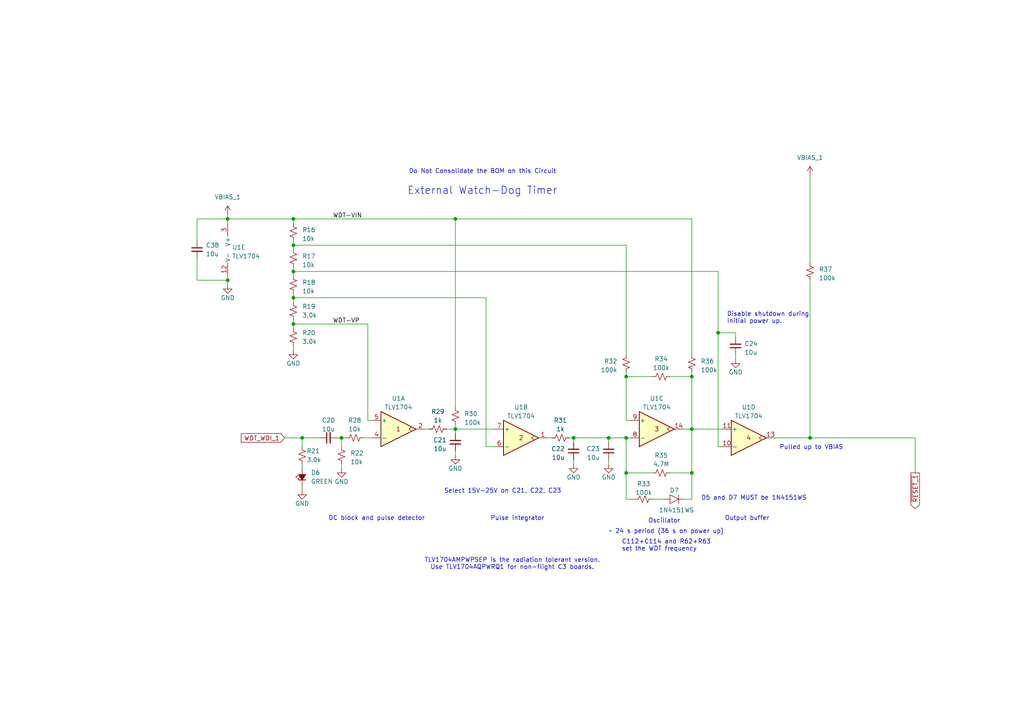
<source format=kicad_sch>
(kicad_sch (version 20250114) (generator "eeschema") (generator_version "9.0")
  (paper "A4")
  (lib_symbols
    (symbol "Device:C_Small" (pin_numbers (hide yes)) (pin_names (offset 0.254) (hide yes))
      (property "Reference" "C" (at 0.254 1.778 0))
      (property "Value" "C_Small" (at 0.254 -2.032 0))
      (symbol "C_Small_0_1"
        (polyline (pts (xy -1.524 0.508) (xy 1.524 0.508)) (stroke (width 0.3048)))
        (polyline (pts (xy -1.524 -0.508) (xy 1.524 -0.508)) (stroke (width 0.3302)))
      )
      (symbol "C_Small_1_1"
        (pin passive line (at 0 2.54 270) (length 2.032) (name "~") (number "1"))
        (pin passive line (at 0 -2.54 90) (length 2.032) (name "~") (number "2"))
      )
    )
    (symbol "Device:LED_Small_Filled" (pin_numbers (hide yes)) (pin_names (offset 0.254) (hide yes))
      (property "Reference" "D" (at -1.27 3.175 0))
      (property "Value" "LED_Small_Filled" (at -4.445 -2.54 0))
      (symbol "LED_Small_Filled_0_1"
        (polyline (pts (xy -0.762 -1.016) (xy -0.762 1.016)) (stroke (width 0.254)))
        (polyline (pts (xy 0 0.762) (xy -0.508 1.27) (xy -0.254 1.27) (xy -0.508 1.27) (xy -0.508 1.016)))
        (polyline (pts (xy 0.508 1.27) (xy 0 1.778) (xy 0.254 1.778) (xy 0 1.778) (xy 0 1.524)))
        (polyline (pts (xy 0.762 -1.016) (xy -0.762 0) (xy 0.762 1.016) (xy 0.762 -1.016)) (stroke (width 0.254)) (fill (type outline)))
        (polyline (pts (xy 1.016 0) (xy -0.762 0)))
      )
      (symbol "LED_Small_Filled_1_1"
        (pin passive line (at -2.54 0 0) (length 1.778) (name "K") (number "1"))
        (pin passive line (at 2.54 0 180) (length 1.778) (name "A") (number "2"))
      )
    )
    (symbol "Device:R_Small_US" (pin_numbers (hide yes)) (pin_names (offset 0.254) (hide yes))
      (property "Reference" "R" (at 0.762 0.508 0))
      (property "Value" "R_Small_US" (at 0.762 -1.016 0))
      (symbol "R_Small_US_1_1"
        (polyline (pts (xy 0 1.524) (xy 1.016 1.143) (xy 0 0.762) (xy -1.016 0.381) (xy 0 0)))
        (polyline (pts (xy 0 0) (xy 1.016 -0.381) (xy 0 -0.762) (xy -1.016 -1.143) (xy 0 -1.524)))
        (pin passive line (at 0 2.54 270) (length 1.016) (name "~") (number "1"))
        (pin passive line (at 0 -2.54 90) (length 1.016) (name "~") (number "2"))
      )
    )
    (symbol "TLV1704AIPWR_1" (pin_names (offset 0.127))
      (property "Reference" "U" (at 0 5.08 0))
      (property "Value" "TLV1704AIPWR" (at 0 -5.08 0))
      (symbol "TLV1704AIPWR_1_1_1"
        (polyline (pts (xy -5.08 5.08) (xy 5.08 0) (xy -5.08 -5.08) (xy -5.08 5.08)) (stroke (width 0.254)) (fill (type background)))
        (polyline (pts (xy 3.048 0) (xy 3.81 -0.635)))
        (polyline (pts (xy 3.81 0.635) (xy 3.048 0)))
        (text "1" (at 0 0 0) (effects (font (size 1.27 1.27))))
        (pin input line (at -7.62 2.54 0) (length 2.54) (name "+") (number "5"))
        (pin input line (at -7.62 -2.54 0) (length 2.54) (name "-") (number "4"))
        (pin open_collector line (at 7.62 0 180) (length 2.54) (name "~") (number "2"))
      )
      (symbol "TLV1704AIPWR_1_2_1"
        (polyline (pts (xy -5.08 5.08) (xy 5.08 0) (xy -5.08 -5.08) (xy -5.08 5.08)) (stroke (width 0.254)) (fill (type background)))
        (polyline (pts (xy 3.048 0) (xy 3.81 -0.635)))
        (polyline (pts (xy 3.81 0.635) (xy 3.048 0)))
        (text "2" (at 0 0 0) (effects (font (size 1.27 1.27))))
        (pin input line (at -7.62 2.54 0) (length 2.54) (name "+") (number "7"))
        (pin input line (at -7.62 -2.54 0) (length 2.54) (name "-") (number "6"))
        (pin open_collector line (at 7.62 0 180) (length 2.54) (name "~") (number "1"))
      )
      (symbol "TLV1704AIPWR_1_3_1"
        (polyline (pts (xy -5.08 5.08) (xy 5.08 0) (xy -5.08 -5.08) (xy -5.08 5.08)) (stroke (width 0.254)) (fill (type background)))
        (polyline (pts (xy 3.048 0) (xy 3.81 -0.635)))
        (polyline (pts (xy 3.81 0.635) (xy 3.048 0)))
        (text "3" (at 0 0 0) (effects (font (size 1.27 1.27))))
        (pin input line (at -7.62 2.54 0) (length 2.54) (name "+") (number "9"))
        (pin input line (at -7.62 -2.54 0) (length 2.54) (name "-") (number "8"))
        (pin open_collector line (at 7.62 0 180) (length 2.54) (name "~") (number "14"))
      )
      (symbol "TLV1704AIPWR_1_4_1"
        (polyline (pts (xy -5.08 5.08) (xy 5.08 0) (xy -5.08 -5.08) (xy -5.08 5.08)) (stroke (width 0.254)) (fill (type background)))
        (polyline (pts (xy 3.048 0) (xy 3.81 -0.635)))
        (polyline (pts (xy 3.81 0.635) (xy 3.048 0)))
        (text "4" (at 0 0 0) (effects (font (size 1.27 1.27))))
        (pin input line (at -7.62 2.54 0) (length 2.54) (name "+") (number "11"))
        (pin input line (at -7.62 -2.54 0) (length 2.54) (name "-") (number "10"))
        (pin open_collector line (at 7.62 0 180) (length 2.54) (name "~") (number "13"))
      )
      (symbol "TLV1704AIPWR_1_5_1"
        (pin power_in line (at -2.54 7.62 270) (length 3.81) (name "V+") (number "3"))
        (pin power_in line (at -2.54 -7.62 90) (length 3.81) (name "V-") (number "12"))
      )
    )
    (symbol "TLV1704AIPWR_2" (pin_names (offset 0.127))
      (property "Reference" "U" (at 0 5.08 0))
      (property "Value" "TLV1704AIPWR" (at 0 -5.08 0))
      (symbol "TLV1704AIPWR_2_1_1"
        (polyline (pts (xy -5.08 5.08) (xy 5.08 0) (xy -5.08 -5.08) (xy -5.08 5.08)) (stroke (width 0.254)) (fill (type background)))
        (polyline (pts (xy 3.048 0) (xy 3.81 -0.635)))
        (polyline (pts (xy 3.81 0.635) (xy 3.048 0)))
        (text "1" (at 0 0 0) (effects (font (size 1.27 1.27))))
        (pin input line (at -7.62 2.54 0) (length 2.54) (name "+") (number "5"))
        (pin input line (at -7.62 -2.54 0) (length 2.54) (name "-") (number "4"))
        (pin open_collector line (at 7.62 0 180) (length 2.54) (name "~") (number "2"))
      )
      (symbol "TLV1704AIPWR_2_2_1"
        (polyline (pts (xy -5.08 5.08) (xy 5.08 0) (xy -5.08 -5.08) (xy -5.08 5.08)) (stroke (width 0.254)) (fill (type background)))
        (polyline (pts (xy 3.048 0) (xy 3.81 -0.635)))
        (polyline (pts (xy 3.81 0.635) (xy 3.048 0)))
        (text "2" (at 0 0 0) (effects (font (size 1.27 1.27))))
        (pin input line (at -7.62 2.54 0) (length 2.54) (name "+") (number "7"))
        (pin input line (at -7.62 -2.54 0) (length 2.54) (name "-") (number "6"))
        (pin open_collector line (at 7.62 0 180) (length 2.54) (name "~") (number "1"))
      )
      (symbol "TLV1704AIPWR_2_3_1"
        (polyline (pts (xy -5.08 5.08) (xy 5.08 0) (xy -5.08 -5.08) (xy -5.08 5.08)) (stroke (width 0.254)) (fill (type background)))
        (polyline (pts (xy 3.048 0) (xy 3.81 -0.635)))
        (polyline (pts (xy 3.81 0.635) (xy 3.048 0)))
        (text "3" (at 0 0 0) (effects (font (size 1.27 1.27))))
        (pin input line (at -7.62 2.54 0) (length 2.54) (name "+") (number "9"))
        (pin input line (at -7.62 -2.54 0) (length 2.54) (name "-") (number "8"))
        (pin open_collector line (at 7.62 0 180) (length 2.54) (name "~") (number "14"))
      )
      (symbol "TLV1704AIPWR_2_4_1"
        (polyline (pts (xy -5.08 5.08) (xy 5.08 0) (xy -5.08 -5.08) (xy -5.08 5.08)) (stroke (width 0.254)) (fill (type background)))
        (polyline (pts (xy 3.048 0) (xy 3.81 -0.635)))
        (polyline (pts (xy 3.81 0.635) (xy 3.048 0)))
        (text "4" (at 0 0 0) (effects (font (size 1.27 1.27))))
        (pin input line (at -7.62 2.54 0) (length 2.54) (name "+") (number "11"))
        (pin input line (at -7.62 -2.54 0) (length 2.54) (name "-") (number "10"))
        (pin open_collector line (at 7.62 0 180) (length 2.54) (name "~") (number "13"))
      )
      (symbol "TLV1704AIPWR_2_5_1"
        (pin power_in line (at -2.54 7.62 270) (length 3.81) (name "V+") (number "3"))
        (pin power_in line (at -2.54 -7.62 90) (length 3.81) (name "V-") (number "12"))
      )
    )
    (symbol "TLV1704AIPWR_3" (pin_names (offset 0.127))
      (property "Reference" "U" (at 0 5.08 0))
      (property "Value" "TLV1704AIPWR" (at 0 -5.08 0))
      (symbol "TLV1704AIPWR_3_1_1"
        (polyline (pts (xy -5.08 5.08) (xy 5.08 0) (xy -5.08 -5.08) (xy -5.08 5.08)) (stroke (width 0.254)) (fill (type background)))
        (polyline (pts (xy 3.048 0) (xy 3.81 -0.635)))
        (polyline (pts (xy 3.81 0.635) (xy 3.048 0)))
        (text "1" (at 0 0 0) (effects (font (size 1.27 1.27))))
        (pin input line (at -7.62 2.54 0) (length 2.54) (name "+") (number "5"))
        (pin input line (at -7.62 -2.54 0) (length 2.54) (name "-") (number "4"))
        (pin open_collector line (at 7.62 0 180) (length 2.54) (name "~") (number "2"))
      )
      (symbol "TLV1704AIPWR_3_2_1"
        (polyline (pts (xy -5.08 5.08) (xy 5.08 0) (xy -5.08 -5.08) (xy -5.08 5.08)) (stroke (width 0.254)) (fill (type background)))
        (polyline (pts (xy 3.048 0) (xy 3.81 -0.635)))
        (polyline (pts (xy 3.81 0.635) (xy 3.048 0)))
        (text "2" (at 0 0 0) (effects (font (size 1.27 1.27))))
        (pin input line (at -7.62 2.54 0) (length 2.54) (name "+") (number "7"))
        (pin input line (at -7.62 -2.54 0) (length 2.54) (name "-") (number "6"))
        (pin open_collector line (at 7.62 0 180) (length 2.54) (name "~") (number "1"))
      )
      (symbol "TLV1704AIPWR_3_3_1"
        (polyline (pts (xy -5.08 5.08) (xy 5.08 0) (xy -5.08 -5.08) (xy -5.08 5.08)) (stroke (width 0.254)) (fill (type background)))
        (polyline (pts (xy 3.048 0) (xy 3.81 -0.635)))
        (polyline (pts (xy 3.81 0.635) (xy 3.048 0)))
        (text "3" (at 0 0 0) (effects (font (size 1.27 1.27))))
        (pin input line (at -7.62 2.54 0) (length 2.54) (name "+") (number "9"))
        (pin input line (at -7.62 -2.54 0) (length 2.54) (name "-") (number "8"))
        (pin open_collector line (at 7.62 0 180) (length 2.54) (name "~") (number "14"))
      )
      (symbol "TLV1704AIPWR_3_4_1"
        (polyline (pts (xy -5.08 5.08) (xy 5.08 0) (xy -5.08 -5.08) (xy -5.08 5.08)) (stroke (width 0.254)) (fill (type background)))
        (polyline (pts (xy 3.048 0) (xy 3.81 -0.635)))
        (polyline (pts (xy 3.81 0.635) (xy 3.048 0)))
        (text "4" (at 0 0 0) (effects (font (size 1.27 1.27))))
        (pin input line (at -7.62 2.54 0) (length 2.54) (name "+") (number "11"))
        (pin input line (at -7.62 -2.54 0) (length 2.54) (name "-") (number "10"))
        (pin open_collector line (at 7.62 0 180) (length 2.54) (name "~") (number "13"))
      )
      (symbol "TLV1704AIPWR_3_5_1"
        (pin power_in line (at -2.54 7.62 270) (length 3.81) (name "V+") (number "3"))
        (pin power_in line (at -2.54 -7.62 90) (length 3.81) (name "V-") (number "12"))
      )
    )
    (symbol "TLV1704AIPWR_4" (pin_names (offset 0.127))
      (property "Reference" "U" (at 0 5.08 0))
      (property "Value" "TLV1704AIPWR" (at 0 -5.08 0))
      (symbol "TLV1704AIPWR_4_1_1"
        (polyline (pts (xy -5.08 5.08) (xy 5.08 0) (xy -5.08 -5.08) (xy -5.08 5.08)) (stroke (width 0.254)) (fill (type background)))
        (polyline (pts (xy 3.048 0) (xy 3.81 -0.635)))
        (polyline (pts (xy 3.81 0.635) (xy 3.048 0)))
        (text "1" (at 0 0 0) (effects (font (size 1.27 1.27))))
        (pin input line (at -7.62 2.54 0) (length 2.54) (name "+") (number "5"))
        (pin input line (at -7.62 -2.54 0) (length 2.54) (name "-") (number "4"))
        (pin open_collector line (at 7.62 0 180) (length 2.54) (name "~") (number "2"))
      )
      (symbol "TLV1704AIPWR_4_2_1"
        (polyline (pts (xy -5.08 5.08) (xy 5.08 0) (xy -5.08 -5.08) (xy -5.08 5.08)) (stroke (width 0.254)) (fill (type background)))
        (polyline (pts (xy 3.048 0) (xy 3.81 -0.635)))
        (polyline (pts (xy 3.81 0.635) (xy 3.048 0)))
        (text "2" (at 0 0 0) (effects (font (size 1.27 1.27))))
        (pin input line (at -7.62 2.54 0) (length 2.54) (name "+") (number "7"))
        (pin input line (at -7.62 -2.54 0) (length 2.54) (name "-") (number "6"))
        (pin open_collector line (at 7.62 0 180) (length 2.54) (name "~") (number "1"))
      )
      (symbol "TLV1704AIPWR_4_3_1"
        (polyline (pts (xy -5.08 5.08) (xy 5.08 0) (xy -5.08 -5.08) (xy -5.08 5.08)) (stroke (width 0.254)) (fill (type background)))
        (polyline (pts (xy 3.048 0) (xy 3.81 -0.635)))
        (polyline (pts (xy 3.81 0.635) (xy 3.048 0)))
        (text "3" (at 0 0 0) (effects (font (size 1.27 1.27))))
        (pin input line (at -7.62 2.54 0) (length 2.54) (name "+") (number "9"))
        (pin input line (at -7.62 -2.54 0) (length 2.54) (name "-") (number "8"))
        (pin open_collector line (at 7.62 0 180) (length 2.54) (name "~") (number "14"))
      )
      (symbol "TLV1704AIPWR_4_4_1"
        (polyline (pts (xy -5.08 5.08) (xy 5.08 0) (xy -5.08 -5.08) (xy -5.08 5.08)) (stroke (width 0.254)) (fill (type background)))
        (polyline (pts (xy 3.048 0) (xy 3.81 -0.635)))
        (polyline (pts (xy 3.81 0.635) (xy 3.048 0)))
        (text "4" (at 0 0 0) (effects (font (size 1.27 1.27))))
        (pin input line (at -7.62 2.54 0) (length 2.54) (name "+") (number "11"))
        (pin input line (at -7.62 -2.54 0) (length 2.54) (name "-") (number "10"))
        (pin open_collector line (at 7.62 0 180) (length 2.54) (name "~") (number "13"))
      )
      (symbol "TLV1704AIPWR_4_5_1"
        (pin power_in line (at -2.54 7.62 270) (length 3.81) (name "V+") (number "3"))
        (pin power_in line (at -2.54 -7.62 90) (length 3.81) (name "V-") (number "12"))
      )
    )
    (symbol "oresat-diodes:1N4151WS-HE3" (pin_numbers (hide yes)) (pin_names (offset 0) (hide yes))
      (property "Reference" "D" (at 0 2.54 0))
      (property "Value" "1N4151WS" (at 0 -2.54 0))
      (symbol "1N4151WS-HE3_0_1"
        (polyline (pts (xy 1.27 0) (xy 1.27 1.27) (xy 1.27 -1.27) (xy 1.27 0) (xy -1.27 1.27) (xy -1.27 -1.27) (xy 1.27 0)))
      )
      (symbol "1N4151WS-HE3_1_1"
        (pin passive line (at -2.54 0 0) (length 1.27) (name "2") (number "2"))
        (pin passive line (at 2.54 0 180) (length 1.27) (name "1") (number "1"))
      )
    )
    (symbol "oresat-ics:TLV1704AIPWR" (pin_names (offset 0.127))
      (property "Reference" "U" (at 0 5.08 0))
      (property "Value" "TLV1704AIPWR" (at 0 -5.08 0))
      (symbol "TLV1704AIPWR_1_1"
        (polyline (pts (xy -5.08 5.08) (xy 5.08 0) (xy -5.08 -5.08) (xy -5.08 5.08)) (stroke (width 0.254)) (fill (type background)))
        (polyline (pts (xy 3.048 0) (xy 3.81 -0.635)))
        (polyline (pts (xy 3.81 0.635) (xy 3.048 0)))
        (text "1" (at 0 0 0) (effects (font (size 1.27 1.27))))
        (pin input line (at -7.62 2.54 0) (length 2.54) (name "+") (number "5"))
        (pin input line (at -7.62 -2.54 0) (length 2.54) (name "-") (number "4"))
        (pin open_collector line (at 7.62 0 180) (length 2.54) (name "~") (number "2"))
      )
      (symbol "TLV1704AIPWR_2_1"
        (polyline (pts (xy -5.08 5.08) (xy 5.08 0) (xy -5.08 -5.08) (xy -5.08 5.08)) (stroke (width 0.254)) (fill (type background)))
        (polyline (pts (xy 3.048 0) (xy 3.81 -0.635)))
        (polyline (pts (xy 3.81 0.635) (xy 3.048 0)))
        (text "2" (at 0 0 0) (effects (font (size 1.27 1.27))))
        (pin input line (at -7.62 2.54 0) (length 2.54) (name "+") (number "7"))
        (pin input line (at -7.62 -2.54 0) (length 2.54) (name "-") (number "6"))
        (pin open_collector line (at 7.62 0 180) (length 2.54) (name "~") (number "1"))
      )
      (symbol "TLV1704AIPWR_3_1"
        (polyline (pts (xy -5.08 5.08) (xy 5.08 0) (xy -5.08 -5.08) (xy -5.08 5.08)) (stroke (width 0.254)) (fill (type background)))
        (polyline (pts (xy 3.048 0) (xy 3.81 -0.635)))
        (polyline (pts (xy 3.81 0.635) (xy 3.048 0)))
        (text "3" (at 0 0 0) (effects (font (size 1.27 1.27))))
        (pin input line (at -7.62 2.54 0) (length 2.54) (name "+") (number "9"))
        (pin input line (at -7.62 -2.54 0) (length 2.54) (name "-") (number "8"))
        (pin open_collector line (at 7.62 0 180) (length 2.54) (name "~") (number "14"))
      )
      (symbol "TLV1704AIPWR_4_1"
        (polyline (pts (xy -5.08 5.08) (xy 5.08 0) (xy -5.08 -5.08) (xy -5.08 5.08)) (stroke (width 0.254)) (fill (type background)))
        (polyline (pts (xy 3.048 0) (xy 3.81 -0.635)))
        (polyline (pts (xy 3.81 0.635) (xy 3.048 0)))
        (text "4" (at 0 0 0) (effects (font (size 1.27 1.27))))
        (pin input line (at -7.62 2.54 0) (length 2.54) (name "+") (number "11"))
        (pin input line (at -7.62 -2.54 0) (length 2.54) (name "-") (number "10"))
        (pin open_collector line (at 7.62 0 180) (length 2.54) (name "~") (number "13"))
      )
      (symbol "TLV1704AIPWR_5_1"
        (pin power_in line (at -2.54 7.62 270) (length 3.81) (name "V+") (number "3"))
        (pin power_in line (at -2.54 -7.62 90) (length 3.81) (name "V-") (number "12"))
      )
    )
    (symbol "power:GND" (power) (pin_names (offset 0))
      (property "Value" "GND" (at 0 -3.81 0))
      (symbol "GND_0_1"
        (polyline (pts (xy 0 0) (xy 0 -1.27) (xy 1.27 -1.27) (xy 0 -2.54) (xy -1.27 -1.27) (xy 0 -1.27)))
      )
      (symbol "GND_1_1"
        (pin power_in line (at 0 0 270) (length 0) (hide yes) (name "GND") (number "1"))
      )
    )
    (symbol "power:VBUS" (power) (pin_numbers (hide yes)) (pin_names (offset 0) (hide yes))
      (property "Value" "VBUS" (at 0 3.556 0))
      (symbol "VBUS_0_1"
        (polyline (pts (xy -0.762 1.27) (xy 0 2.54)))
        (polyline (pts (xy 0 2.54) (xy 0.762 1.27)))
        (polyline (pts (xy 0 0) (xy 0 2.54)))
      )
      (symbol "VBUS_1_1"
        (pin power_in line (at 0 0 90) (length 0) (name "~") (number "1"))
      )
    )
  )
  (text "Pulled up to VBIAS" (at 226.06 130.556 0) (effects (font (size 1.27 1.27)) (justify left bottom)))
  (text "TLV1704AMPWPSEP is the radiation tolerant version.\nUse TLV1704AQPWRQ1 for non-flight C3 boards." (at 148.59 163.576 0) (effects (font (size 1.27 1.27))))
  (text "~ 24 s period (36 s on power up)" (at 176.53 154.94 0) (effects (font (size 1.27 1.27)) (justify left bottom)))
  (text "Do Not Consolidate the BOM on this Circuit" (at 139.954 49.784 0) (effects (font (size 1.27 1.27))))
  (text "Select 15V-25V on C21, C22, C23" (at 145.796 142.494 0) (effects (font (size 1.27 1.27))))
  (text "Disable shutdown during\ninitial power up." (at 210.82 93.98 0) (effects (font (size 1.27 1.27)) (justify left bottom)))
  (text "Pulse integrator" (at 142.24 151.13 0) (effects (font (size 1.27 1.27)) (justify left bottom)))
  (text "External Watch-Dog Timer" (at 118.11 56.642 0) (effects (font (size 2.159 2.159)) (justify left bottom)))
  (text "DC block and pulse detector" (at 95.25 151.13 0) (effects (font (size 1.27 1.27)) (justify left bottom)))
  (text "D5 and D7 MUST be 1N4151WS" (at 218.694 144.526 0) (effects (font (size 1.27 1.27))))
  (text "Oscillator" (at 187.96 151.892 0) (effects (font (size 1.27 1.27)) (justify left bottom)))
  (text "Output buffer" (at 210.185 151.13 0) (effects (font (size 1.27 1.27)) (justify left bottom)))
  (text "C112+C114 and R62+R63 \nset the WDT frequency" (at 180.34 160.02 0) (effects (font (size 1.27 1.27)) (justify left bottom)))
  (junction (at 181.61 109.22))
  (junction (at 85.09 93.98))
  (junction (at 200.66 109.22))
  (junction (at 234.95 127))
  (junction (at 85.09 71.12))
  (junction (at 200.66 124.46))
  (junction (at 66.04 63.5))
  (junction (at 85.09 78.74))
  (junction (at 166.37 127))
  (junction (at 85.09 63.5))
  (junction (at 208.28 96.52))
  (junction (at 132.08 63.5))
  (junction (at 87.63 127))
  (junction (at 181.61 137.16))
  (junction (at 181.61 127))
  (junction (at 99.06 127))
  (junction (at 176.53 127))
  (junction (at 85.09 86.36))
  (junction (at 200.66 137.16))
  (junction (at 66.04 81.28))
  (junction (at 132.08 124.46))
  (wire (pts (xy 189.23 144.78) (xy 193.04 144.78)))
  (wire (pts (xy 234.95 127) (xy 265.43 127)))
  (wire (pts (xy 123.19 124.46) (xy 124.46 124.46)))
  (wire (pts (xy 181.61 107.95) (xy 181.61 109.22)))
  (wire (pts (xy 132.08 63.5) (xy 85.09 63.5)))
  (wire (pts (xy 82.55 127) (xy 87.63 127)))
  (wire (pts (xy 208.28 129.54) (xy 209.55 129.54)))
  (wire (pts (xy 158.75 127) (xy 160.02 127)))
  (wire (pts (xy 200.66 144.78) (xy 200.66 137.16)))
  (wire (pts (xy 200.66 107.95) (xy 200.66 109.22)))
  (wire (pts (xy 132.08 132.08) (xy 132.08 130.81)))
  (wire (pts (xy 106.68 93.98) (xy 106.68 121.92)))
  (wire (pts (xy 85.09 78.74) (xy 85.09 80.01)))
  (wire (pts (xy 85.09 93.98) (xy 106.68 93.98)))
  (wire (pts (xy 99.06 134.62) (xy 99.06 135.89)))
  (wire (pts (xy 132.08 124.46) (xy 143.51 124.46)))
  (wire (pts (xy 140.97 129.54) (xy 143.51 129.54)))
  (wire (pts (xy 213.36 97.79) (xy 213.36 96.52)))
  (wire (pts (xy 166.37 127) (xy 166.37 128.27)))
  (wire (pts (xy 208.28 96.52) (xy 208.28 129.54)))
  (wire (pts (xy 200.66 102.87) (xy 200.66 63.5)))
  (wire (pts (xy 176.53 134.62) (xy 176.53 133.35)))
  (wire (pts (xy 213.36 104.14) (xy 213.36 102.87)))
  (wire (pts (xy 87.63 142.24) (xy 87.63 140.97)))
  (wire (pts (xy 181.61 137.16) (xy 181.61 127)))
  (wire (pts (xy 66.04 64.77) (xy 66.04 63.5)))
  (wire (pts (xy 208.28 96.52) (xy 213.36 96.52)))
  (wire (pts (xy 99.06 127) (xy 100.33 127)))
  (wire (pts (xy 224.79 127) (xy 234.95 127)))
  (wire (pts (xy 85.09 100.33) (xy 85.09 101.6)))
  (wire (pts (xy 132.08 63.5) (xy 132.08 118.11)))
  (wire (pts (xy 66.04 63.5) (xy 85.09 63.5)))
  (wire (pts (xy 200.66 124.46) (xy 209.55 124.46)))
  (wire (pts (xy 208.28 78.74) (xy 208.28 96.52)))
  (wire (pts (xy 176.53 128.27) (xy 176.53 127)))
  (wire (pts (xy 181.61 71.12) (xy 85.09 71.12)))
  (wire (pts (xy 85.09 92.71) (xy 85.09 93.98)))
  (wire (pts (xy 106.68 121.92) (xy 107.95 121.92)))
  (wire (pts (xy 85.09 64.77) (xy 85.09 63.5)))
  (wire (pts (xy 57.15 74.93) (xy 57.15 81.28)))
  (wire (pts (xy 182.88 121.92) (xy 181.61 121.92)))
  (wire (pts (xy 85.09 71.12) (xy 85.09 72.39)))
  (wire (pts (xy 194.31 137.16) (xy 200.66 137.16)))
  (wire (pts (xy 132.08 124.46) (xy 132.08 123.19)))
  (wire (pts (xy 132.08 63.5) (xy 200.66 63.5)))
  (wire (pts (xy 234.95 81.28) (xy 234.95 127)))
  (wire (pts (xy 181.61 144.78) (xy 184.15 144.78)))
  (wire (pts (xy 198.12 144.78) (xy 200.66 144.78)))
  (wire (pts (xy 99.06 127) (xy 99.06 129.54)))
  (wire (pts (xy 66.04 81.28) (xy 66.04 80.01)))
  (wire (pts (xy 181.61 121.92) (xy 181.61 109.22)))
  (wire (pts (xy 85.09 85.09) (xy 85.09 86.36)))
  (wire (pts (xy 166.37 127) (xy 176.53 127)))
  (wire (pts (xy 66.04 62.23) (xy 66.04 63.5)))
  (wire (pts (xy 85.09 77.47) (xy 85.09 78.74)))
  (wire (pts (xy 200.66 137.16) (xy 200.66 124.46)))
  (wire (pts (xy 165.1 127) (xy 166.37 127)))
  (wire (pts (xy 87.63 134.62) (xy 87.63 135.89)))
  (wire (pts (xy 87.63 129.54) (xy 87.63 127)))
  (wire (pts (xy 105.41 127) (xy 107.95 127)))
  (wire (pts (xy 132.08 124.46) (xy 132.08 125.73)))
  (wire (pts (xy 265.43 127) (xy 265.43 137.16)))
  (wire (pts (xy 140.97 86.36) (xy 140.97 129.54)))
  (wire (pts (xy 87.63 127) (xy 92.71 127)))
  (wire (pts (xy 85.09 86.36) (xy 85.09 87.63)))
  (wire (pts (xy 200.66 109.22) (xy 200.66 124.46)))
  (wire (pts (xy 85.09 86.36) (xy 140.97 86.36)))
  (wire (pts (xy 66.04 82.55) (xy 66.04 81.28)))
  (wire (pts (xy 181.61 109.22) (xy 189.23 109.22)))
  (wire (pts (xy 166.37 134.62) (xy 166.37 133.35)))
  (wire (pts (xy 176.53 127) (xy 181.61 127)))
  (wire (pts (xy 66.04 63.5) (xy 57.15 63.5)))
  (wire (pts (xy 189.23 137.16) (xy 181.61 137.16)))
  (wire (pts (xy 234.95 50.8) (xy 234.95 76.2)))
  (wire (pts (xy 198.12 124.46) (xy 200.66 124.46)))
  (wire (pts (xy 85.09 93.98) (xy 85.09 95.25)))
  (wire (pts (xy 85.09 78.74) (xy 208.28 78.74)))
  (wire (pts (xy 181.61 102.87) (xy 181.61 71.12)))
  (wire (pts (xy 181.61 127) (xy 182.88 127)))
  (wire (pts (xy 194.31 109.22) (xy 200.66 109.22)))
  (wire (pts (xy 57.15 81.28) (xy 66.04 81.28)))
  (wire (pts (xy 57.15 63.5) (xy 57.15 69.85)))
  (wire (pts (xy 85.09 69.85) (xy 85.09 71.12)))
  (wire (pts (xy 97.79 127) (xy 99.06 127)))
  (wire (pts (xy 129.54 124.46) (xy 132.08 124.46)))
  (wire (pts (xy 181.61 144.78) (xy 181.61 137.16)))
  (label "WDT-VP" (at 96.52 93.98 0))
  (label "WDT-VIN" (at 96.52 63.5 0))
  (global_label "WDT_WDI_1" (shape input) (at 82.55 127 180) (property "Intersheetrefs" "${INTERSHEET_REFS}" (effects (hide yes))))
  (global_label "~{RESET_1}" (shape output) (at 265.43 137.16 270) (property "Intersheetrefs" "${INTERSHEET_REFS}" (effects (hide yes))))
  (symbol (lib_id "power:VBUS") (at 66.04 62.23 0) (unit 1)
    (property "Reference" "#PWR013" (effects (hide yes)))
    (property "Value" "VBIAS_1" (at 66.04 57.15 0))
    (property "Description" "Power symbol creates a global label with name \"VBUS\"" (effects (hide yes)))
  )
  (symbol (lib_id "oresat-ics:TLV1704AIPWR") (at 68.58 72.39 0) (unit 5)
    (property "Reference" "U1" (at 67.31 71.755 0) (effects (justify left)))
    (property "Value" "TLV1704" (at 67.31 74.295 0) (effects (justify left)))
    (property "Footprint" "Package_SO:TSSOP-14_4.4x5mm_P0.65mm" (effects (hide yes)))
    (property "Datasheet" "https://www.ti.com/lit/ds/symlink/tlv1704-sep.pdf" (effects (hide yes)))
    (property "Description" "Analog Comparators 2.2-V to 36-V, radiation tolerant microPower quad comparator in space enhanced plastic 14-TSSOP -55 to 125" (effects (hide yes)))
    (property "MFR" "Texas Instruments" (effects (hide yes)))
    (property "MPN" "TLV1704AQPWRQ1" (effects (hide yes)))
    (property "DST" "Digi-Key" (effects (hide yes)))
    (property "DPN" "296-43799-2-ND" (effects (hide yes)))
  )
  (symbol (lib_id "Device:C_Small") (at 57.15 72.39 0) (unit 1)
    (property "Reference" "C38" (at 59.69 71.1262 0) (effects (justify left)))
    (property "Value" "10u" (at 59.69 73.6662 0) (effects (justify left)))
    (property "Footprint" "Capacitor_SMD:C_0603_1608Metric" (effects (hide yes)))
    (property "Description" "10 µF ±10% 16V Ceramic Capacitor X5R 0603 (1608 Metric)" (effects (hide yes)))
    (property "DPN" "490-12317-1-ND" (effects (hide yes)))
    (property "DST" "Digi-Key" (effects (hide yes)))
    (property "MFR" "Murata" (effects (hide yes)))
    (property "MPN" "GRT188R61C106KE13D" (effects (hide yes)))
  )
  (symbol (lib_id "power:GND") (at 213.36 104.14 0) (mirror y) (unit 1)
    (property "Reference" "#PWR087" (effects (hide yes)))
    (property "Value" "GND" (at 213.36 107.95 0))
    (property "Description" "Power symbol creates a global label with name \"GND\" , ground" (effects (hide yes)))
  )
  (symbol (lib_id "Device:R_Small_US") (at 87.63 132.08 0) (unit 1)
    (property "Reference" "R21" (at 88.9 130.81 0) (effects (justify left)))
    (property "Value" "3.0k" (at 88.9 133.35 0) (effects (justify left)))
    (property "Footprint" "Resistor_SMD:R_0603_1608Metric" (effects (hide yes)))
    (property "Description" "3 kOhms ±1% 0.1W, 1/10W Chip Resistor 0603 (1608 Metric) Automotive AEC-Q200 Thick Film" (effects (hide yes)))
    (property "DPN" "RMCF0603FT3K00CT-ND" (effects (hide yes)))
    (property "DST" "Digi-Key" (effects (hide yes)))
    (property "MFR" "Stackpole Electronics Inc" (effects (hide yes)))
    (property "MPN" "RMCF0603FT3K00" (effects (hide yes)))
  )
  (symbol (lib_id "Device:R_Small_US") (at 132.08 120.65 0) (unit 1)
    (property "Reference" "R30" (at 134.62 120.015 0) (effects (justify left)))
    (property "Value" "100k" (at 134.62 122.555 0) (effects (justify left)))
    (property "Footprint" "Resistor_SMD:R_0603_1608Metric" (effects (hide yes)))
    (property "Description" "100 kOhms ±5% 0.1W, 1/10W Chip Resistor 0603 (1608 Metric) Automotive AEC-Q200 Thick Film" (effects (hide yes)))
    (property "DPN" "RMCF0603FT100KCT-ND" (effects (hide yes)))
    (property "DST" "Digi-Key" (effects (hide yes)))
    (property "MFR" "Stackpole Electronics Inc" (effects (hide yes)))
    (property "MPN" "RMCF0603FT100K" (effects (hide yes)))
  )
  (symbol (lib_id "power:GND") (at 176.53 134.62 0) (mirror y) (unit 1)
    (property "Reference" "#PWR084" (effects (hide yes)))
    (property "Value" "GND" (at 176.53 138.43 0))
    (property "Description" "Power symbol creates a global label with name \"GND\" , ground" (effects (hide yes)))
  )
  (symbol (lib_name "TLV1704AIPWR_3") (lib_id "oresat-ics:TLV1704AIPWR") (at 217.17 127 0) (unit 4)
    (property "Reference" "U1" (at 217.17 118.11 0))
    (property "Value" "TLV1704" (at 217.17 120.65 0))
    (property "Footprint" "Package_SO:TSSOP-14_4.4x5mm_P0.65mm" (effects (hide yes)))
    (property "Datasheet" "https://www.ti.com/lit/ds/symlink/tlv1704-sep.pdf" (effects (hide yes)))
    (property "Description" "Analog Comparators 2.2-V to 36-V, radiation tolerant microPower quad comparator in space enhanced plastic 14-TSSOP -55 to 125" (effects (hide yes)))
    (property "MFR" "Texas Instruments" (effects (hide yes)))
    (property "MPN" "TLV1704AQPWRQ1" (effects (hide yes)))
    (property "DST" "Digi-Key" (effects (hide yes)))
    (property "DPN" "296-43799-2-ND" (effects (hide yes)))
  )
  (symbol (lib_id "Device:R_Small_US") (at 85.09 90.17 0) (unit 1)
    (property "Reference" "R19" (at 87.63 88.9 0) (effects (justify left)))
    (property "Value" "3.0k" (at 87.63 91.44 0) (effects (justify left)))
    (property "Footprint" "Resistor_SMD:R_0603_1608Metric" (effects (hide yes)))
    (property "Description" "3 kOhms ±1% 0.1W, 1/10W Chip Resistor 0603 (1608 Metric) Automotive AEC-Q200 Thick Film" (effects (hide yes)))
    (property "DPN" "RMCF0603FT3K00CT-ND" (effects (hide yes)))
    (property "DST" "Digi-Key" (effects (hide yes)))
    (property "MFR" "Stackpole Electronics Inc" (effects (hide yes)))
    (property "MPN" "RMCF0603FT3K00" (effects (hide yes)))
  )
  (symbol (lib_id "Device:R_Small_US") (at 85.09 74.93 0) (unit 1)
    (property "Reference" "R17" (at 87.63 74.295 0) (effects (justify left)))
    (property "Value" "10k" (at 87.63 76.835 0) (effects (justify left)))
    (property "Footprint" "Resistor_SMD:R_0603_1608Metric" (effects (hide yes)))
    (property "Description" "10 kOhms ±1% 0.1W, 1/10W Chip Resistor 0603 (1608 Metric) Automotive AEC-Q200 Thick Film" (effects (hide yes)))
    (property "DPN" "RMCF0603FT10K0CT-ND" (effects (hide yes)))
    (property "DST" "Digi-Key" (effects (hide yes)))
    (property "MFR" "Stackpole Electronics Inc" (effects (hide yes)))
    (property "MPN" "RMCF0603FT10K0" (effects (hide yes)))
  )
  (symbol (lib_id "Device:C_Small") (at 95.25 127 90) (unit 1)
    (property "Reference" "C20" (at 95.2563 121.92 90))
    (property "Value" "10u" (at 95.2563 124.46 90))
    (property "Footprint" "Capacitor_SMD:C_0603_1608Metric" (effects (hide yes)))
    (property "Description" "10 µF ±10% 16V Ceramic Capacitor X5R 0603 (1608 Metric)" (effects (hide yes)))
    (property "DPN" "490-12317-1-ND" (effects (hide yes)))
    (property "DST" "Digi-Key" (effects (hide yes)))
    (property "MFR" "Murata" (effects (hide yes)))
    (property "MPN" "GRT188R61C106KE13D" (effects (hide yes)))
  )
  (symbol (lib_id "Device:R_Small_US") (at 99.06 132.08 0) (unit 1)
    (property "Reference" "R22" (at 101.6 131.445 0) (effects (justify left)))
    (property "Value" "10k" (at 101.6 133.985 0) (effects (justify left)))
    (property "Footprint" "Resistor_SMD:R_0603_1608Metric" (effects (hide yes)))
    (property "Description" "10 kOhms ±1% 0.1W, 1/10W Chip Resistor 0603 (1608 Metric) Automotive AEC-Q200 Thick Film" (effects (hide yes)))
    (property "DPN" "RMCF0603FT10K0CT-ND" (effects (hide yes)))
    (property "DST" "Digi-Key" (effects (hide yes)))
    (property "MFR" "Stackpole Electronics Inc" (effects (hide yes)))
    (property "MPN" "RMCF0603FT10K0" (effects (hide yes)))
  )
  (symbol (lib_id "Device:R_Small_US") (at 85.09 67.31 0) (unit 1)
    (property "Reference" "R16" (at 87.63 66.675 0) (effects (justify left)))
    (property "Value" "10k" (at 87.63 69.215 0) (effects (justify left)))
    (property "Footprint" "Resistor_SMD:R_0603_1608Metric" (effects (hide yes)))
    (property "Description" "10 kOhms ±1% 0.1W, 1/10W Chip Resistor 0603 (1608 Metric) Automotive AEC-Q200 Thick Film" (effects (hide yes)))
    (property "DPN" "RMCF0603FT10K0CT-ND" (effects (hide yes)))
    (property "DST" "Digi-Key" (effects (hide yes)))
    (property "MFR" "Stackpole Electronics Inc" (effects (hide yes)))
    (property "MPN" "RMCF0603FT10K0" (effects (hide yes)))
  )
  (symbol (lib_id "power:GND") (at 66.04 82.55 0) (mirror y) (unit 1)
    (property "Reference" "#PWR045" (effects (hide yes)))
    (property "Value" "GND" (at 66.04 86.36 0))
    (property "Description" "Power symbol creates a global label with name \"GND\" , ground" (effects (hide yes)))
  )
  (symbol (lib_id "Device:R_Small_US") (at 191.77 137.16 270) (unit 1)
    (property "Reference" "R35" (at 191.77 132.08 90))
    (property "Value" "4.7M" (at 191.77 134.62 90))
    (property "Footprint" "Resistor_SMD:R_0603_1608Metric" (effects (hide yes)))
    (property "Description" "4.7 MOhms ±1% 0.1W, 1/10W Chip Resistor 0603 (1608 Metric) Automotive AEC-Q200 Thick Film" (effects (hide yes)))
    (property "DPN" "RMCF0603FT4M70CT-ND" (effects (hide yes)))
    (property "DST" "Digi-Key" (effects (hide yes)))
    (property "MFR" "Stackpole Electronics Inc" (effects (hide yes)))
    (property "MPN" "RMCF0603FT4M70" (effects (hide yes)))
  )
  (symbol (lib_id "power:GND") (at 166.37 134.62 0) (mirror y) (unit 1)
    (property "Reference" "#PWR083" (effects (hide yes)))
    (property "Value" "GND" (at 166.37 138.43 0))
    (property "Description" "Power symbol creates a global label with name \"GND\" , ground" (effects (hide yes)))
  )
  (symbol (lib_id "Device:R_Small_US") (at 85.09 82.55 0) (unit 1)
    (property "Reference" "R18" (at 87.63 81.915 0) (effects (justify left)))
    (property "Value" "10k" (at 87.63 84.455 0) (effects (justify left)))
    (property "Footprint" "Resistor_SMD:R_0603_1608Metric" (effects (hide yes)))
    (property "Description" "10 kOhms ±1% 0.1W, 1/10W Chip Resistor 0603 (1608 Metric) Automotive AEC-Q200 Thick Film" (effects (hide yes)))
    (property "DPN" "RMCF0603FT10K0CT-ND" (effects (hide yes)))
    (property "DST" "Digi-Key" (effects (hide yes)))
    (property "MFR" "Stackpole Electronics Inc" (effects (hide yes)))
    (property "MPN" "RMCF0603FT10K0" (effects (hide yes)))
  )
  (symbol (lib_name "TLV1704AIPWR_4") (lib_id "oresat-ics:TLV1704AIPWR") (at 151.13 127 0) (unit 2)
    (property "Reference" "U1" (at 151.13 118.11 0))
    (property "Value" "TLV1704" (at 151.13 120.65 0))
    (property "Footprint" "Package_SO:TSSOP-14_4.4x5mm_P0.65mm" (effects (hide yes)))
    (property "Datasheet" "https://www.ti.com/lit/ds/symlink/tlv1704-sep.pdf" (effects (hide yes)))
    (property "Description" "Analog Comparators 2.2-V to 36-V, radiation tolerant microPower quad comparator in space enhanced plastic 14-TSSOP -55 to 125" (effects (hide yes)))
    (property "MFR" "Texas Instruments" (effects (hide yes)))
    (property "MPN" "TLV1704AQPWRQ1" (effects (hide yes)))
    (property "DST" "Digi-Key" (effects (hide yes)))
    (property "DPN" "296-43799-2-ND" (effects (hide yes)))
  )
  (symbol (lib_id "Device:R_Small_US") (at 85.09 97.79 0) (unit 1)
    (property "Reference" "R20" (at 87.63 96.52 0) (effects (justify left)))
    (property "Value" "3.0k" (at 87.63 99.06 0) (effects (justify left)))
    (property "Footprint" "Resistor_SMD:R_0603_1608Metric" (effects (hide yes)))
    (property "Description" "3 kOhms ±1% 0.1W, 1/10W Chip Resistor 0603 (1608 Metric) Automotive AEC-Q200 Thick Film" (effects (hide yes)))
    (property "DPN" "RMCF0603FT3K00CT-ND" (effects (hide yes)))
    (property "DST" "Digi-Key" (effects (hide yes)))
    (property "MFR" "Stackpole Electronics Inc" (effects (hide yes)))
    (property "MPN" "RMCF0603FT3K00" (effects (hide yes)))
  )
  (symbol (lib_id "Device:R_Small_US") (at 186.69 144.78 270) (unit 1)
    (property "Reference" "R33" (at 186.69 140.335 90))
    (property "Value" "100k" (at 186.69 142.875 90))
    (property "Footprint" "Resistor_SMD:R_0603_1608Metric" (effects (hide yes)))
    (property "Description" "100 kOhms ±5% 0.1W, 1/10W Chip Resistor 0603 (1608 Metric) Automotive AEC-Q200 Thick Film" (effects (hide yes)))
    (property "DPN" "RMCF0603FT100KCT-ND" (effects (hide yes)))
    (property "DST" "Digi-Key" (effects (hide yes)))
    (property "MFR" "Stackpole Electronics Inc" (effects (hide yes)))
    (property "MPN" "RMCF0603FT100K" (effects (hide yes)))
  )
  (symbol (lib_id "Device:C_Small") (at 176.53 130.81 0) (mirror x) (unit 1)
    (property "Reference" "C23" (at 173.99 130.1686 0) (effects (justify right)))
    (property "Value" "10u" (at 173.99 132.7086 0) (effects (justify right)))
    (property "Footprint" "Capacitor_SMD:C_0603_1608Metric" (effects (hide yes)))
    (property "Description" "10 µF ±10% 16V Ceramic Capacitor X5R 0603 (1608 Metric)" (effects (hide yes)))
    (property "DPN" "490-12317-1-ND" (effects (hide yes)))
    (property "DST" "Digi-Key" (effects (hide yes)))
    (property "MFR" "Murata" (effects (hide yes)))
    (property "MPN" "GRT188R61C106KE13D" (effects (hide yes)))
  )
  (symbol (lib_id "oresat-diodes:1N4151WS-HE3") (at 195.58 144.78 0) (unit 1)
    (property "Reference" "D7" (at 195.58 142.24 0))
    (property "Value" "1N4151WS" (at 196.215 147.955 0))
    (property "Footprint" "Diode_SMD:D_SOD-323" (effects (hide yes)))
    (property "Datasheet" "https://www.vishay.com/docs/85847/1n4151ws.pdf" (effects (hide yes)))
    (property "Description" "Diode Standard 50V 150mA Surface Mount SOD-323" (effects (hide yes)))
    (property "DPN" "112-1N4151WS-E3-08CT-ND" (effects (hide yes)))
    (property "DST" "Digi-Key" (effects (hide yes)))
    (property "MFR" "Vishay" (effects (hide yes)))
    (property "MPN" "1N4151WS-E3-08" (effects (hide yes)))
  )
  (symbol (lib_id "Device:LED_Small_Filled") (at 87.63 138.43 90) (unit 1)
    (property "Reference" "D6" (at 90.17 137.0965 90) (effects (justify right)))
    (property "Value" "GREEN" (at 90.17 139.6365 90) (effects (justify right)))
    (property "Footprint" "LED_SMD:LED_0603_1608Metric" (effects (hide yes)))
    (property "Description" "Green 520nm LED Indication - Discrete 3.2V 0603 (1608 Metric) - 430 mcd @ 20 mA" (effects (hide yes)))
    (property "DPN" "732-4971-1-ND" (effects (hide yes)))
    (property "DST" "Digi-Key" (effects (hide yes)))
    (property "MFR" "Wurth" (effects (hide yes)))
    (property "MPN" "150060GS75000" (effects (hide yes)))
  )
  (symbol (lib_id "Device:R_Small_US") (at 181.61 105.41 0) (mirror x) (unit 1)
    (property "Reference" "R32" (at 179.07 104.775 0) (effects (justify right)))
    (property "Value" "100k" (at 179.07 107.315 0) (effects (justify right)))
    (property "Footprint" "Resistor_SMD:R_0603_1608Metric" (effects (hide yes)))
    (property "Description" "100 kOhms ±5% 0.1W, 1/10W Chip Resistor 0603 (1608 Metric) Automotive AEC-Q200 Thick Film" (effects (hide yes)))
    (property "DPN" "RMCF0603FT100KCT-ND" (effects (hide yes)))
    (property "DST" "Digi-Key" (effects (hide yes)))
    (property "MFR" "Stackpole Electronics Inc" (effects (hide yes)))
    (property "MPN" "RMCF0603FT100K" (effects (hide yes)))
  )
  (symbol (lib_id "Device:R_Small_US") (at 200.66 105.41 180) (unit 1)
    (property "Reference" "R36" (at 203.2 104.775 0) (effects (justify right)))
    (property "Value" "100k" (at 203.2 107.315 0) (effects (justify right)))
    (property "Footprint" "Resistor_SMD:R_0603_1608Metric" (effects (hide yes)))
    (property "Description" "100 kOhms ±5% 0.1W, 1/10W Chip Resistor 0603 (1608 Metric) Automotive AEC-Q200 Thick Film" (effects (hide yes)))
    (property "DPN" "RMCF0603FT100KCT-ND" (effects (hide yes)))
    (property "DST" "Digi-Key" (effects (hide yes)))
    (property "MFR" "Stackpole Electronics Inc" (effects (hide yes)))
    (property "MPN" "RMCF0603FT100K" (effects (hide yes)))
  )
  (symbol (lib_id "Device:R_Small_US") (at 191.77 109.22 90) (unit 1)
    (property "Reference" "R34" (at 191.77 104.14 90))
    (property "Value" "100k" (at 191.77 106.68 90))
    (property "Footprint" "Resistor_SMD:R_0603_1608Metric" (effects (hide yes)))
    (property "Description" "100 kOhms ±5% 0.1W, 1/10W Chip Resistor 0603 (1608 Metric) Automotive AEC-Q200 Thick Film" (effects (hide yes)))
    (property "DPN" "RMCF0603FT100KCT-ND" (effects (hide yes)))
    (property "DST" "Digi-Key" (effects (hide yes)))
    (property "MFR" "Stackpole Electronics Inc" (effects (hide yes)))
    (property "MPN" "RMCF0603FT100K" (effects (hide yes)))
  )
  (symbol (lib_id "power:GND") (at 99.06 135.89 0) (unit 1)
    (property "Reference" "#PWR059" (effects (hide yes)))
    (property "Value" "GND" (at 99.06 139.7 0))
    (property "Description" "Power symbol creates a global label with name \"GND\" , ground" (effects (hide yes)))
  )
  (symbol (lib_id "Device:C_Small") (at 166.37 130.81 0) (mirror x) (unit 1)
    (property "Reference" "C22" (at 163.83 130.1686 0) (effects (justify right)))
    (property "Value" "10u" (at 163.83 132.7086 0) (effects (justify right)))
    (property "Footprint" "Capacitor_SMD:C_0603_1608Metric" (effects (hide yes)))
    (property "Description" "10 µF ±10% 16V Ceramic Capacitor X5R 0603 (1608 Metric)" (effects (hide yes)))
    (property "DPN" "490-12317-1-ND" (effects (hide yes)))
    (property "DST" "Digi-Key" (effects (hide yes)))
    (property "MFR" "Murata" (effects (hide yes)))
    (property "MPN" "GRT188R61C106KE13D" (effects (hide yes)))
  )
  (symbol (lib_id "power:GND") (at 85.09 101.6 0) (unit 1)
    (property "Reference" "#PWR046" (effects (hide yes)))
    (property "Value" "GND" (at 85.09 105.41 0))
    (property "Description" "Power symbol creates a global label with name \"GND\" , ground" (effects (hide yes)))
  )
  (symbol (lib_id "power:GND") (at 132.08 132.08 0) (unit 1)
    (property "Reference" "#PWR081" (effects (hide yes)))
    (property "Value" "GND" (at 132.08 135.89 0))
    (property "Description" "Power symbol creates a global label with name \"GND\" , ground" (effects (hide yes)))
  )
  (symbol (lib_id "Device:R_Small_US") (at 102.87 127 90) (unit 1)
    (property "Reference" "R28" (at 102.87 121.92 90))
    (property "Value" "10k" (at 102.87 124.46 90))
    (property "Footprint" "Resistor_SMD:R_0603_1608Metric" (effects (hide yes)))
    (property "Description" "10 kOhms ±1% 0.1W, 1/10W Chip Resistor 0603 (1608 Metric) Automotive AEC-Q200 Thick Film" (effects (hide yes)))
    (property "DPN" "RMCF0603FT10K0CT-ND" (effects (hide yes)))
    (property "DST" "Digi-Key" (effects (hide yes)))
    (property "MFR" "Stackpole Electronics Inc" (effects (hide yes)))
    (property "MPN" "RMCF0603FT10K0" (effects (hide yes)))
  )
  (symbol (lib_id "power:GND") (at 87.63 142.24 0) (unit 1)
    (property "Reference" "#PWR058" (effects (hide yes)))
    (property "Value" "GND" (at 87.63 146.05 0))
    (property "Description" "Power symbol creates a global label with name \"GND\" , ground" (effects (hide yes)))
  )
  (symbol (lib_id "Device:C_Small") (at 132.08 128.27 0) (mirror x) (unit 1)
    (property "Reference" "C21" (at 129.54 127.6286 0) (effects (justify right)))
    (property "Value" "10u" (at 129.54 130.1686 0) (effects (justify right)))
    (property "Footprint" "Capacitor_SMD:C_0603_1608Metric" (effects (hide yes)))
    (property "Description" "10 µF ±10% 16V Ceramic Capacitor X5R 0603 (1608 Metric)" (effects (hide yes)))
    (property "DPN" "490-12317-1-ND" (effects (hide yes)))
    (property "DST" "Digi-Key" (effects (hide yes)))
    (property "MFR" "Murata" (effects (hide yes)))
    (property "MPN" "GRT188R61C106KE13D" (effects (hide yes)))
  )
  (symbol (lib_id "Device:C_Small") (at 213.36 100.33 180) (unit 1)
    (property "Reference" "C24" (at 215.9 99.6886 0) (effects (justify right)))
    (property "Value" "10u" (at 215.9 102.2286 0) (effects (justify right)))
    (property "Footprint" "Capacitor_SMD:C_0603_1608Metric" (effects (hide yes)))
    (property "Description" "10 µF ±10% 16V Ceramic Capacitor X5R 0603 (1608 Metric)" (effects (hide yes)))
    (property "DPN" "490-12317-1-ND" (effects (hide yes)))
    (property "DST" "Digi-Key" (effects (hide yes)))
    (property "MFR" "Murata" (effects (hide yes)))
    (property "MPN" "GRT188R61C106KE13D" (effects (hide yes)))
  )
  (symbol (lib_id "Device:R_Small_US") (at 162.56 127 90) (unit 1)
    (property "Reference" "R31" (at 162.56 121.92 90))
    (property "Value" "1k" (at 162.56 124.46 90))
    (property "Footprint" "Resistor_SMD:R_0603_1608Metric" (effects (hide yes)))
    (property "Description" "1 kOhms ±1% 0.1W, 1/10W Chip Resistor 0603 (1608 Metric) Automotive AEC-Q200 Thick Film" (effects (hide yes)))
    (property "DPN" "RMCF0603FT1K00CT-ND" (effects (hide yes)))
    (property "DST" "Digi-Key" (effects (hide yes)))
    (property "MFR" "Stackpole Electronics Inc" (effects (hide yes)))
    (property "MPN" "RMCF0603FT1K00" (effects (hide yes)))
  )
  (symbol (lib_id "Device:R_Small_US") (at 127 124.46 90) (unit 1)
    (property "Reference" "R29" (at 127 119.38 90))
    (property "Value" "1k" (at 127 121.92 90))
    (property "Footprint" "Resistor_SMD:R_0603_1608Metric" (effects (hide yes)))
    (property "Description" "1 kOhms ±1% 0.1W, 1/10W Chip Resistor 0603 (1608 Metric) Automotive AEC-Q200 Thick Film" (effects (hide yes)))
    (property "DPN" "RMCF0603FT1K00CT-ND" (effects (hide yes)))
    (property "DST" "Digi-Key" (effects (hide yes)))
    (property "MFR" "Stackpole Electronics Inc" (effects (hide yes)))
    (property "MPN" "RMCF0603FT1K00" (effects (hide yes)))
  )
  (symbol (lib_id "power:VBUS") (at 234.95 50.8 0) (unit 1)
    (property "Reference" "#PWR088" (effects (hide yes)))
    (property "Value" "VBIAS_1" (at 234.95 45.72 0))
    (property "Description" "Power symbol creates a global label with name \"VBUS\"" (effects (hide yes)))
  )
  (symbol (lib_id "Device:R_Small_US") (at 234.95 78.74 180) (unit 1)
    (property "Reference" "R37" (at 237.49 78.105 0) (effects (justify right)))
    (property "Value" "100k" (at 237.49 80.645 0) (effects (justify right)))
    (property "Footprint" "Resistor_SMD:R_0603_1608Metric" (effects (hide yes)))
    (property "Description" "100 kOhms ±5% 0.1W, 1/10W Chip Resistor 0603 (1608 Metric) Automotive AEC-Q200 Thick Film" (effects (hide yes)))
    (property "DPN" "RMCF0603FT100KCT-ND" (effects (hide yes)))
    (property "DST" "Digi-Key" (effects (hide yes)))
    (property "MFR" "Stackpole Electronics Inc" (effects (hide yes)))
    (property "MPN" "RMCF0603FT100K" (effects (hide yes)))
  )
  (symbol (lib_name "TLV1704AIPWR_1") (lib_id "oresat-ics:TLV1704AIPWR") (at 115.57 124.46 0) (unit 1)
    (property "Reference" "U1" (at 115.57 115.57 0))
    (property "Value" "TLV1704" (at 115.57 118.11 0))
    (property "Footprint" "Package_SO:TSSOP-14_4.4x5mm_P0.65mm" (effects (hide yes)))
    (property "Datasheet" "https://www.ti.com/lit/ds/symlink/tlv1704-sep.pdf" (effects (hide yes)))
    (property "Description" "Analog Comparators 2.2-V to 36-V, radiation tolerant microPower quad comparator in space enhanced plastic 14-TSSOP -55 to 125" (effects (hide yes)))
    (property "MFR" "Texas Instruments" (effects (hide yes)))
    (property "MPN" "TLV1704AQPWRQ1" (effects (hide yes)))
    (property "DST" "Digi-Key" (effects (hide yes)))
    (property "DPN" "296-43799-2-ND" (effects (hide yes)))
  )
  (symbol (lib_name "TLV1704AIPWR_2") (lib_id "oresat-ics:TLV1704AIPWR") (at 190.5 124.46 0) (unit 3)
    (property "Reference" "U1" (at 190.5 115.57 0))
    (property "Value" "TLV1704" (at 190.5 118.11 0))
    (property "Footprint" "Package_SO:TSSOP-14_4.4x5mm_P0.65mm" (effects (hide yes)))
    (property "Datasheet" "https://www.ti.com/lit/ds/symlink/tlv1704-sep.pdf" (effects (hide yes)))
    (property "Description" "Analog Comparators 2.2-V to 36-V, radiation tolerant microPower quad comparator in space enhanced plastic 14-TSSOP -55 to 125" (effects (hide yes)))
    (property "MFR" "Texas Instruments" (effects (hide yes)))
    (property "MPN" "TLV1704AQPWRQ1" (effects (hide yes)))
    (property "DST" "Digi-Key" (effects (hide yes)))
    (property "DPN" "296-43799-2-ND" (effects (hide yes)))
  )
)
</source>
